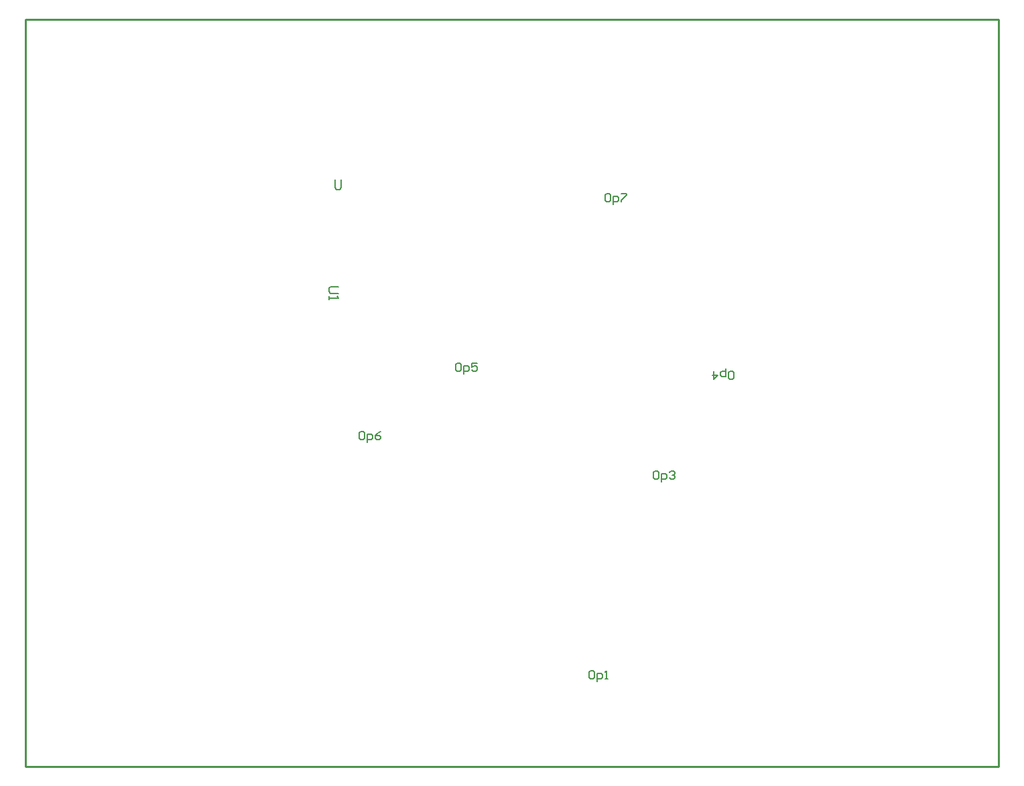
<source format=gm1>
G04*
G04 #@! TF.GenerationSoftware,Altium Limited,Altium Designer,22.0.2 (36)*
G04*
G04 Layer_Color=16711935*
%FSLAX25Y25*%
%MOIN*%
G70*
G04*
G04 #@! TF.SameCoordinates,EECF79FC-5A36-4EFC-AF15-45E6CBE4EAF3*
G04*
G04*
G04 #@! TF.FilePolarity,Positive*
G04*
G01*
G75*
%ADD13C,0.00591*%
%ADD15C,0.01000*%
%ADD75C,0.00700*%
D13*
X278000Y414223D02*
Y410287D01*
X278787Y409500D01*
X280361D01*
X281149Y410287D01*
Y414223D01*
X279723Y361000D02*
X275787D01*
X275000Y360213D01*
Y358639D01*
X275787Y357851D01*
X279723D01*
X275000Y356277D02*
Y354703D01*
Y355490D01*
X279723D01*
X278936Y356277D01*
D15*
X124000Y494000D02*
X608000D01*
Y122500D02*
Y494000D01*
X124000Y122500D02*
X608000D01*
X124000D02*
Y494000D01*
D75*
X406499Y169999D02*
X405166D01*
X404500Y169332D01*
Y166666D01*
X405166Y166000D01*
X406499D01*
X407166Y166666D01*
Y169332D01*
X406499Y169999D01*
X408499Y164667D02*
Y168666D01*
X410498D01*
X411165Y167999D01*
Y166666D01*
X410498Y166000D01*
X408499D01*
X412497D02*
X413830D01*
X413164D01*
Y169999D01*
X412497Y169332D01*
X291999Y288999D02*
X290666D01*
X290000Y288332D01*
Y285666D01*
X290666Y285000D01*
X291999D01*
X292666Y285666D01*
Y288332D01*
X291999Y288999D01*
X293999Y283667D02*
Y287666D01*
X295998D01*
X296665Y286999D01*
Y285666D01*
X295998Y285000D01*
X293999D01*
X300663Y288999D02*
X299330Y288332D01*
X297997Y286999D01*
Y285666D01*
X298664Y285000D01*
X299997D01*
X300663Y285666D01*
Y286333D01*
X299997Y286999D01*
X297997D01*
X474501Y315001D02*
X475834D01*
X476500Y315668D01*
Y318334D01*
X475834Y319000D01*
X474501D01*
X473834Y318334D01*
Y315668D01*
X474501Y315001D01*
X472501Y320333D02*
Y316334D01*
X470502D01*
X469836Y317001D01*
Y318334D01*
X470502Y319000D01*
X472501D01*
X466503D02*
Y315001D01*
X468503Y317001D01*
X465837D01*
X438499Y269499D02*
X437166D01*
X436500Y268832D01*
Y266166D01*
X437166Y265500D01*
X438499D01*
X439166Y266166D01*
Y268832D01*
X438499Y269499D01*
X440499Y264167D02*
Y268166D01*
X442498D01*
X443164Y267499D01*
Y266166D01*
X442498Y265500D01*
X440499D01*
X444497Y268832D02*
X445164Y269499D01*
X446497D01*
X447163Y268832D01*
Y268166D01*
X446497Y267499D01*
X445830D01*
X446497D01*
X447163Y266833D01*
Y266166D01*
X446497Y265500D01*
X445164D01*
X444497Y266166D01*
X414499Y407499D02*
X413166D01*
X412500Y406832D01*
Y404166D01*
X413166Y403500D01*
X414499D01*
X415166Y404166D01*
Y406832D01*
X414499Y407499D01*
X416499Y402167D02*
Y406166D01*
X418498D01*
X419165Y405499D01*
Y404166D01*
X418498Y403500D01*
X416499D01*
X420497Y407499D02*
X423163D01*
Y406832D01*
X420497Y404166D01*
Y403500D01*
X339999Y322999D02*
X338666D01*
X338000Y322332D01*
Y319666D01*
X338666Y319000D01*
X339999D01*
X340666Y319666D01*
Y322332D01*
X339999Y322999D01*
X341999Y317667D02*
Y321666D01*
X343998D01*
X344665Y320999D01*
Y319666D01*
X343998Y319000D01*
X341999D01*
X348663Y322999D02*
X345997D01*
Y320999D01*
X347330Y321666D01*
X347997D01*
X348663Y320999D01*
Y319666D01*
X347997Y319000D01*
X346664D01*
X345997Y319666D01*
M02*

</source>
